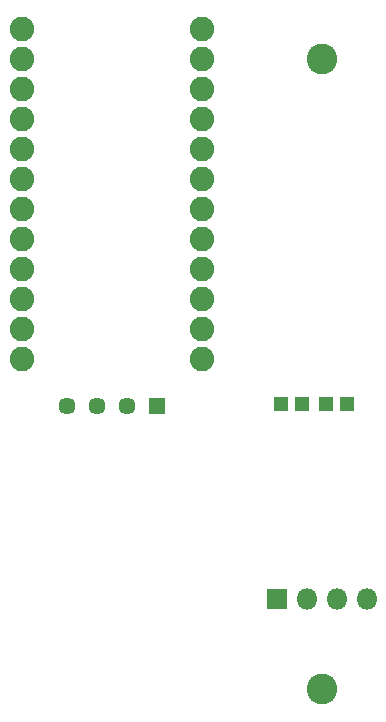
<source format=gbr>
G04 #@! TF.GenerationSoftware,KiCad,Pcbnew,(5.1.6)-1*
G04 #@! TF.CreationDate,2020-06-05T20:48:39-07:00*
G04 #@! TF.ProjectId,USBT,55534254-2e6b-4696-9361-645f70636258,rev?*
G04 #@! TF.SameCoordinates,Original*
G04 #@! TF.FileFunction,Soldermask,Top*
G04 #@! TF.FilePolarity,Negative*
%FSLAX46Y46*%
G04 Gerber Fmt 4.6, Leading zero omitted, Abs format (unit mm)*
G04 Created by KiCad (PCBNEW (5.1.6)-1) date 2020-06-05 20:48:39*
%MOMM*%
%LPD*%
G01*
G04 APERTURE LIST*
%ADD10C,2.600000*%
%ADD11C,1.450000*%
%ADD12R,1.450000X1.450000*%
%ADD13C,2.082800*%
%ADD14R,1.303020X1.201420*%
%ADD15O,1.800000X1.800000*%
%ADD16R,1.800000X1.800000*%
G04 APERTURE END LIST*
D10*
G04 #@! TO.C,H2*
X78740000Y-93980000D03*
G04 #@! TD*
D11*
G04 #@! TO.C,U1*
X57150000Y-70020000D03*
X59690000Y-70020000D03*
X62230000Y-70020000D03*
D12*
X64770000Y-70020000D03*
G04 #@! TD*
D13*
G04 #@! TO.C,B1*
X68580000Y-38100000D03*
X68580000Y-40640000D03*
X68580000Y-43180000D03*
X68580000Y-45720000D03*
X68580000Y-48260000D03*
X68580000Y-50800000D03*
X68580000Y-53340000D03*
X68580000Y-55880000D03*
X68580000Y-58420000D03*
X68580000Y-60960000D03*
X68580000Y-63500000D03*
X68580000Y-66040000D03*
X53340000Y-66040000D03*
X53340000Y-63500000D03*
X53340000Y-60960000D03*
X53340000Y-58420000D03*
X53340000Y-55880000D03*
X53340000Y-53340000D03*
X53340000Y-50800000D03*
X53340000Y-48260000D03*
X53340000Y-45720000D03*
X53340000Y-43180000D03*
X53340000Y-40640000D03*
X53340000Y-38100000D03*
G04 #@! TD*
D14*
G04 #@! TO.C,R1*
X75351640Y-69850000D03*
X77048360Y-69850000D03*
G04 #@! TD*
D15*
G04 #@! TO.C,J1*
X82550000Y-86360000D03*
X80010000Y-86360000D03*
X77470000Y-86360000D03*
D16*
X74930000Y-86360000D03*
G04 #@! TD*
D14*
G04 #@! TO.C,C1*
X80858360Y-69850000D03*
X79161640Y-69850000D03*
G04 #@! TD*
D10*
G04 #@! TO.C,H1*
X78740000Y-40640000D03*
G04 #@! TD*
M02*

</source>
